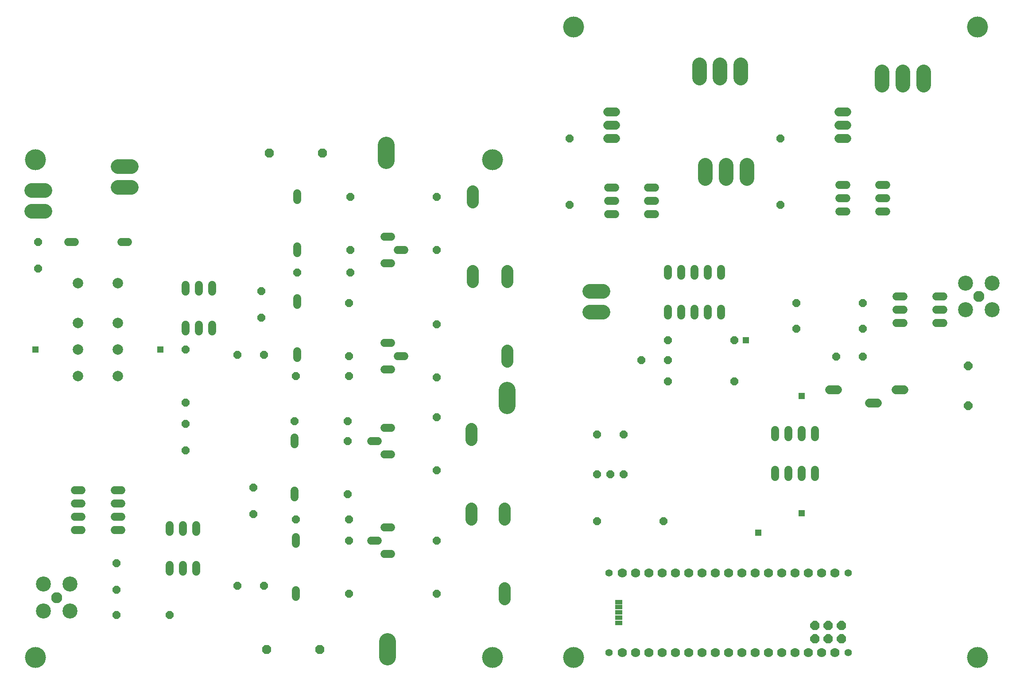
<source format=gts>
G75*
%MOIN*%
%OFA0B0*%
%FSLAX25Y25*%
%IPPOS*%
%LPD*%
%AMOC8*
5,1,8,0,0,1.08239X$1,22.5*
%
%ADD10C,0.15750*%
%ADD11C,0.10839*%
%ADD12C,0.08300*%
%ADD13C,0.11300*%
%ADD14C,0.12650*%
%ADD15OC8,0.06000*%
%ADD16C,0.06000*%
%ADD17C,0.07887*%
%ADD18C,0.09050*%
%ADD19OC8,0.06800*%
%ADD20C,0.07000*%
%ADD21C,0.05524*%
%ADD22R,0.05800X0.03300*%
%ADD23OC8,0.07000*%
%ADD24OC8,0.06400*%
%ADD25C,0.06800*%
%ADD26R,0.04762X0.04762*%
D10*
X0026000Y0026800D03*
X0370000Y0026800D03*
X0431000Y0026800D03*
X0735000Y0026800D03*
X0370000Y0401800D03*
X0431000Y0501800D03*
X0735000Y0501800D03*
X0026000Y0401800D03*
D11*
X0022980Y0378595D02*
X0033020Y0378595D01*
X0033020Y0363005D02*
X0022980Y0363005D01*
X0087980Y0381005D02*
X0098020Y0381005D01*
X0098020Y0396595D02*
X0087980Y0396595D01*
X0442980Y0302595D02*
X0453020Y0302595D01*
X0453020Y0287005D02*
X0442980Y0287005D01*
X0529909Y0387780D02*
X0529909Y0397820D01*
X0545500Y0397820D02*
X0545500Y0387780D01*
X0561091Y0387780D02*
X0561091Y0397820D01*
X0556591Y0463280D02*
X0556591Y0473320D01*
X0541000Y0473320D02*
X0541000Y0463280D01*
X0525409Y0463280D02*
X0525409Y0473320D01*
X0663009Y0468020D02*
X0663009Y0457980D01*
X0678600Y0457980D02*
X0678600Y0468020D01*
X0694191Y0468020D02*
X0694191Y0457980D01*
D12*
X0735800Y0298700D03*
X0042000Y0071800D03*
D13*
X0031961Y0061761D03*
X0052039Y0061761D03*
X0052039Y0081839D03*
X0031961Y0081839D03*
X0725761Y0288661D03*
X0745839Y0288661D03*
X0745839Y0308739D03*
X0725761Y0308739D03*
D14*
X0381000Y0228025D02*
X0381000Y0216175D01*
X0291000Y0038725D02*
X0291000Y0026875D01*
X0290000Y0400875D02*
X0290000Y0412725D01*
D15*
X0263000Y0373800D03*
X0263000Y0333800D03*
X0263000Y0316800D03*
X0262000Y0293800D03*
X0223000Y0316800D03*
X0196000Y0302800D03*
X0196000Y0282800D03*
X0198000Y0254800D03*
X0178000Y0254800D03*
X0139000Y0258800D03*
X0139000Y0218800D03*
X0139000Y0202800D03*
X0139000Y0182800D03*
X0190000Y0154800D03*
X0190000Y0134800D03*
X0222000Y0130800D03*
X0262000Y0130800D03*
X0262000Y0114800D03*
X0261000Y0149800D03*
X0261000Y0189800D03*
X0261000Y0204800D03*
X0221000Y0204800D03*
X0222000Y0238800D03*
X0262000Y0238800D03*
X0262000Y0253800D03*
X0328000Y0237800D03*
X0328000Y0207800D03*
X0328000Y0167800D03*
X0328000Y0114800D03*
X0328000Y0074800D03*
X0262000Y0074800D03*
X0198000Y0080800D03*
X0178000Y0080800D03*
X0127000Y0058800D03*
X0087000Y0058800D03*
X0087000Y0077800D03*
X0087000Y0097800D03*
X0328000Y0277800D03*
X0328000Y0333800D03*
X0328000Y0373800D03*
X0428000Y0367800D03*
X0428000Y0417800D03*
X0586500Y0417800D03*
X0586500Y0367800D03*
X0598500Y0293800D03*
X0598500Y0274300D03*
X0628500Y0253300D03*
X0648500Y0253300D03*
X0648500Y0274300D03*
X0648500Y0293800D03*
X0552000Y0265800D03*
X0552000Y0234800D03*
X0502000Y0234800D03*
X0502000Y0250800D03*
X0502000Y0265800D03*
X0482000Y0250800D03*
X0468500Y0194800D03*
X0448500Y0194800D03*
X0448500Y0164800D03*
X0458500Y0164800D03*
X0468500Y0164800D03*
X0448500Y0129300D03*
X0498500Y0129300D03*
X0028000Y0319800D03*
X0028000Y0339800D03*
D16*
X0050400Y0339800D02*
X0055600Y0339800D01*
X0090400Y0339800D02*
X0095600Y0339800D01*
X0139000Y0307400D02*
X0139000Y0302200D01*
X0149000Y0302200D02*
X0149000Y0307400D01*
X0159000Y0307400D02*
X0159000Y0302200D01*
X0159000Y0277400D02*
X0159000Y0272200D01*
X0149000Y0272200D02*
X0149000Y0277400D01*
X0139000Y0277400D02*
X0139000Y0272200D01*
X0223000Y0257400D02*
X0223000Y0252200D01*
X0223000Y0292200D02*
X0223000Y0297400D01*
X0223000Y0331200D02*
X0223000Y0336400D01*
X0223000Y0371200D02*
X0223000Y0376400D01*
X0288400Y0343800D02*
X0293600Y0343800D01*
X0298400Y0333800D02*
X0303600Y0333800D01*
X0293600Y0323800D02*
X0288400Y0323800D01*
X0288400Y0263800D02*
X0293600Y0263800D01*
X0298400Y0253800D02*
X0303600Y0253800D01*
X0293600Y0243800D02*
X0288400Y0243800D01*
X0288400Y0199800D02*
X0293600Y0199800D01*
X0283600Y0189800D02*
X0278400Y0189800D01*
X0288400Y0179800D02*
X0293600Y0179800D01*
X0221000Y0187200D02*
X0221000Y0192400D01*
X0221000Y0152400D02*
X0221000Y0147200D01*
X0222000Y0117400D02*
X0222000Y0112200D01*
X0222000Y0077400D02*
X0222000Y0072200D01*
X0278400Y0114800D02*
X0283600Y0114800D01*
X0288400Y0104800D02*
X0293600Y0104800D01*
X0293600Y0124800D02*
X0288400Y0124800D01*
X0147000Y0126400D02*
X0147000Y0121200D01*
X0137000Y0121200D02*
X0137000Y0126400D01*
X0127000Y0126400D02*
X0127000Y0121200D01*
X0127000Y0096400D02*
X0127000Y0091200D01*
X0137000Y0091200D02*
X0137000Y0096400D01*
X0147000Y0096400D02*
X0147000Y0091200D01*
X0090600Y0122800D02*
X0085400Y0122800D01*
X0085400Y0132800D02*
X0090600Y0132800D01*
X0090600Y0142800D02*
X0085400Y0142800D01*
X0085400Y0152800D02*
X0090600Y0152800D01*
X0060600Y0152800D02*
X0055400Y0152800D01*
X0055400Y0142800D02*
X0060600Y0142800D01*
X0060600Y0132800D02*
X0055400Y0132800D01*
X0055400Y0122800D02*
X0060600Y0122800D01*
X0456900Y0360800D02*
X0462100Y0360800D01*
X0462100Y0370800D02*
X0456900Y0370800D01*
X0456900Y0380800D02*
X0462100Y0380800D01*
X0486900Y0380800D02*
X0492100Y0380800D01*
X0492100Y0370800D02*
X0486900Y0370800D01*
X0486900Y0360800D02*
X0492100Y0360800D01*
X0502000Y0319400D02*
X0502000Y0314200D01*
X0512000Y0314200D02*
X0512000Y0319400D01*
X0522000Y0319400D02*
X0522000Y0314200D01*
X0532000Y0314200D02*
X0532000Y0319400D01*
X0542000Y0319400D02*
X0542000Y0314200D01*
X0542000Y0289400D02*
X0542000Y0284200D01*
X0532000Y0284200D02*
X0532000Y0289400D01*
X0522000Y0289400D02*
X0522000Y0284200D01*
X0512000Y0284200D02*
X0512000Y0289400D01*
X0502000Y0289400D02*
X0502000Y0284200D01*
X0582500Y0197900D02*
X0582500Y0192700D01*
X0592500Y0192700D02*
X0592500Y0197900D01*
X0602500Y0197900D02*
X0602500Y0192700D01*
X0612500Y0192700D02*
X0612500Y0197900D01*
X0612500Y0167900D02*
X0612500Y0162700D01*
X0602500Y0162700D02*
X0602500Y0167900D01*
X0592500Y0167900D02*
X0592500Y0162700D01*
X0582500Y0162700D02*
X0582500Y0167900D01*
X0673900Y0278800D02*
X0679100Y0278800D01*
X0679100Y0288800D02*
X0673900Y0288800D01*
X0673900Y0298800D02*
X0679100Y0298800D01*
X0703900Y0298800D02*
X0709100Y0298800D01*
X0709100Y0288800D02*
X0703900Y0288800D01*
X0703900Y0278800D02*
X0709100Y0278800D01*
X0666100Y0362800D02*
X0660900Y0362800D01*
X0660900Y0372800D02*
X0666100Y0372800D01*
X0666100Y0382800D02*
X0660900Y0382800D01*
X0636100Y0382800D02*
X0630900Y0382800D01*
X0630900Y0372800D02*
X0636100Y0372800D01*
X0636100Y0362800D02*
X0630900Y0362800D01*
D17*
X0088000Y0308800D03*
X0058000Y0308800D03*
X0058000Y0278800D03*
X0058000Y0258800D03*
X0058000Y0238800D03*
X0088000Y0238800D03*
X0088000Y0258800D03*
X0088000Y0278800D03*
D18*
X0355000Y0309675D02*
X0355000Y0317925D01*
X0381000Y0317925D02*
X0381000Y0309675D01*
X0381000Y0257925D02*
X0381000Y0249675D01*
X0354000Y0198925D02*
X0354000Y0190675D01*
X0354000Y0138925D02*
X0354000Y0130675D01*
X0379000Y0130675D02*
X0379000Y0138925D01*
X0379000Y0078925D02*
X0379000Y0070675D01*
X0355000Y0369675D02*
X0355000Y0377925D01*
D19*
X0242000Y0406800D03*
X0202000Y0406800D03*
X0200000Y0032800D03*
X0240000Y0032800D03*
D20*
X0467500Y0030300D03*
X0477500Y0030300D03*
X0487500Y0030300D03*
X0497500Y0030300D03*
X0507500Y0030300D03*
X0517500Y0030300D03*
X0527500Y0030300D03*
X0537500Y0030300D03*
X0547500Y0030300D03*
X0557500Y0030300D03*
X0567500Y0030300D03*
X0577500Y0030300D03*
X0587500Y0030300D03*
X0597500Y0030300D03*
X0607500Y0030300D03*
X0617500Y0030300D03*
X0627500Y0030300D03*
X0627500Y0090300D03*
X0617500Y0090300D03*
X0607500Y0090300D03*
X0597500Y0090300D03*
X0587500Y0090300D03*
X0577500Y0090300D03*
X0567500Y0090300D03*
X0557500Y0090300D03*
X0547500Y0090300D03*
X0537500Y0090300D03*
X0527500Y0090300D03*
X0517500Y0090300D03*
X0507500Y0090300D03*
X0497500Y0090300D03*
X0487500Y0090300D03*
X0477500Y0090300D03*
X0467500Y0090300D03*
D21*
X0457500Y0090300D03*
X0457500Y0030300D03*
X0637500Y0030300D03*
X0637500Y0090300D03*
D22*
X0464900Y0068400D03*
X0464900Y0064500D03*
X0464900Y0060500D03*
X0464900Y0056700D03*
X0464900Y0052700D03*
D23*
X0612500Y0050800D03*
X0622500Y0050800D03*
X0622500Y0040800D03*
X0612500Y0040800D03*
X0632500Y0040800D03*
X0632500Y0050800D03*
D24*
X0728000Y0216300D03*
X0728000Y0246300D03*
D25*
X0679500Y0228300D02*
X0673500Y0228300D01*
X0659500Y0218300D02*
X0653500Y0218300D01*
X0629500Y0228300D02*
X0623500Y0228300D01*
X0630500Y0417800D02*
X0636500Y0417800D01*
X0636500Y0427800D02*
X0630500Y0427800D01*
X0630500Y0437800D02*
X0636500Y0437800D01*
X0462500Y0437800D02*
X0456500Y0437800D01*
X0456500Y0427800D02*
X0462500Y0427800D01*
X0462500Y0417800D02*
X0456500Y0417800D01*
D26*
X0560500Y0265800D03*
X0602500Y0223800D03*
X0602500Y0135300D03*
X0570000Y0120800D03*
X0120000Y0258800D03*
X0026000Y0258800D03*
M02*

</source>
